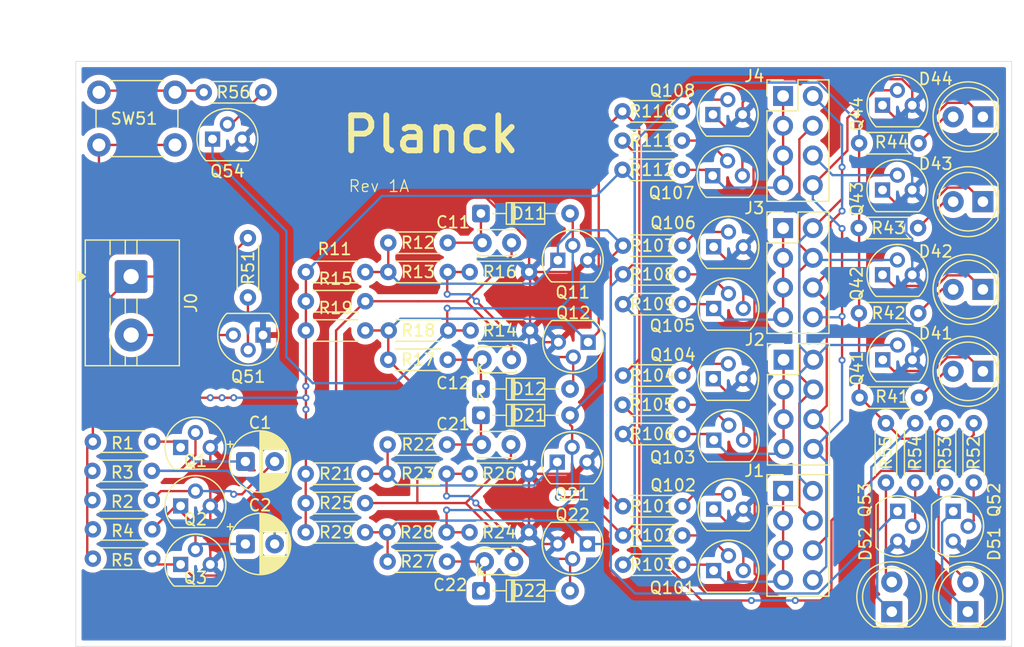
<source format=kicad_pcb>
(kicad_pcb (version 20241229) (generator "pcbnew") (generator_version "9.0")
  (layers (0 "F.Cu" signal) (2 "B.Cu" signal) (13 "F.Paste" user) (15 "B.Paste" user) (5 "F.SilkS" user "F.Silkscreen") (7 "B.SilkS" user "B.Silkscreen") (1 "F.Mask" user) (3 "B.Mask" user) (25 "Edge.Cuts" user))
  (net 0 "")
  (net 1 "Net-(Q1-C)")
  (net 2 "Net-(Q2-B)")
  (net 3 "Net-(Q1-B)")
  (net 4 "Net-(Q2-C)")
  (net 5 "Net-(D11-K)")
  (net 6 "Net-(Q3-C)")
  (net 7 "Net-(D12-K)")
  (net 8 "Net-(D21-K)")
  (net 9 "Net-(Q12-C)")
  (net 10 "Net-(D22-K)")
  (net 11 "Net-(D12-A)")
  (net 12 "Net-(D22-A)")
  (net 13 "Net-(D41-A)")
  (net 14 "Net-(D41-K)")
  (net 15 "Net-(D42-K)")
  (net 16 "Net-(D42-A)")
  (net 17 "Net-(D43-A)")
  (net 18 "Net-(D43-K)")
  (net 19 "Net-(D44-A)")
  (net 20 "Net-(D44-K)")
  (net 21 "Net-(D51-K)")
  (net 22 "Net-(D51-A)")
  (net 23 "Net-(D52-K)")
  (net 24 "Net-(D52-A)")
  (net 25 "Net-(J0-Pin_2)")
  (net 26 "VCC")
  (net 27 "GND")
  (net 28 "Net-(Q11-C)")
  (net 29 "Net-(Q21-C)")
  (net 30 "Net-(Q22-C)")
  (net 31 "Net-(Q51-B)")
  (net 32 "Net-(Q52-B)")
  (net 33 "Net-(Q53-B)")
  (net 34 "Net-(Q54-B)")
  (net 35 "Net-(Q101-E)")
  (net 36 "Net-(Q101-B)")
  (net 37 "Net-(Q102-B)")
  (net 38 "Net-(Q103-B)")
  (net 39 "Net-(Q103-E)")
  (net 40 "Net-(Q104-B)")
  (net 41 "Net-(Q105-E)")
  (net 42 "Net-(Q105-B)")
  (net 43 "Net-(Q106-B)")
  (net 44 "Net-(Q107-B)")
  (net 45 "Net-(Q107-E)")
  (net 46 "Net-(Q108-B)")
  (net 47 "Net-(R56-Pad1)")
  (net 48 "Net-(D11-A)")
  (net 49 "Net-(J1-Pin_1)")
  (net 50 "Net-(J1-Pin_2)")
  (net 51 "Net-(J1-Pin_4)")
  (net 52 "Net-(J1-Pin_6)")
  (net 53 "Net-(J1-Pin_8)")
  (net 54 "Net-(J2-Pin_1)")
  (net 55 "Net-(J3-Pin_1)")
  (net 56 "Net-(J4-Pin_1)")
  (footprint "Resistor_THT:R_Axial_DIN0204_L3.6mm_D1.6mm_P5.08mm_Horizontal" (layer "F.Cu") (at 158.48 119.52)
    (property "Reference" "R111")
    (property "Value" "10k")
  )
  (footprint "LED_THT:LED_D5.0mm" (layer "F.Cu") (at 189.287471 139.241 180)
    (property "Reference" "D41")
    (property "Value" "LED")
  )
  (footprint "Package_TO_SOT_THT:TO-92" (layer "F.Cu") (at 180.707471 116.491)
    (property "Reference" "Q44")
    (property "Value" "NPN")
  )
  (footprint "Capacitor_THT:C_Disc_D3.0mm_W2.0mm_P2.50mm" (layer "F.Cu") (at 146.445 145.5005)
    (property "Reference" "C21")
    (property "Value" "10n")
  )
  (footprint "Resistor_THT:R_Axial_DIN0204_L3.6mm_D1.6mm_P5.08mm_Horizontal" (layer "F.Cu") (at 158.48 122.02)
    (property "Reference" "R112")
    (property "Value" "10k")
  )
  (footprint "Resistor_THT:R_Axial_DIN0204_L3.6mm_D1.6mm_P5.08mm_Horizontal" (layer "F.Cu") (at 158.48 117.02)
    (property "Reference" "R110")
    (property "Value" "10k")
  )
  (footprint "Resistor_THT:R_Axial_DIN0204_L3.6mm_D1.6mm_P5.08mm_Horizontal" (layer "F.Cu") (at 131.405 150.5005)
    (property "Reference" "R25")
    (property "Value" "1M")
  )
  (footprint "Resistor_THT:R_Axial_DIN0204_L3.6mm_D1.6mm_P5.08mm_Horizontal" (layer "F.Cu") (at 158.52 130.95)
    (property "Reference" "R108")
    (property "Value" "10k")
  )
  (footprint "LED_THT:LED_D5.0mm" (layer "F.Cu") (at 181.5 159.79 90)
    (property "Reference" "D52")
    (property "Value" "LED")
  )
  (footprint "Connector_PinHeader_2.54mm:PinHeader_2x04_P2.54mm_Vertical" (layer "F.Cu") (at 172.21 149.46)
    (property "Reference" "J1")
    (property "Value" "Diode ROM")
  )
  (footprint "Resistor_THT:R_Axial_DIN0204_L3.6mm_D1.6mm_P5.08mm_Horizontal" (layer "F.Cu") (at 113.21 145.25)
    (property "Reference" "R1")
    (property "Value" "10k")
  )
  (footprint "LED_THT:LED_D5.0mm" (layer "F.Cu") (at 189.287471 132.241 180)
    (property "Reference" "D42")
    (property "Value" "LED")
  )
  (footprint "LED_THT:LED_D5.0mm" (layer "F.Cu") (at 189.287471 124.741 180)
    (property "Reference" "D43")
    (property "Value" "LED")
  )
  (footprint "Resistor_THT:R_Axial_DIN0204_L3.6mm_D1.6mm_P5.08mm_Horizontal" (layer "F.Cu") (at 131.405 153.0005)
    (property "Reference" "R29")
    (property "Value" "10k")
  )
  (footprint "Resistor_THT:R_Axial_DIN0204_L3.6mm_D1.6mm_P5.08mm_Horizontal" (layer "F.Cu") (at 131.42 130.7505)
    (property "Reference" "R11")
    (property "Value" "10k")
  )
  (footprint "Resistor_THT:R_Axial_DIN0204_L3.6mm_D1.6mm_P5.08mm_Horizontal" (layer "F.Cu") (at 178.687471 134.271)
    (property "Reference" "R42")
    (property "Value" "220")
  )
  (footprint "Package_TO_SOT_THT:TO-92" (layer "F.Cu") (at 155.485 154.0005 180)
    (property "Reference" "Q22")
    (property "Value" "NPN")
  )
  (footprint "Resistor_THT:R_Axial_DIN0204_L3.6mm_D1.6mm_P5.08mm_Horizontal" (layer "F.Cu") (at 131.405 148.0005)
    (property "Reference" "R21")
    (property "Value" "10k")
  )
  (footprint "Resistor_THT:R_Axial_DIN0204_L3.6mm_D1.6mm_P5.08mm_Horizontal" (layer "F.Cu") (at 178.667471 126.991)
    (property "Reference" "R43")
    (property "Value" "220")
  )
  (footprint "Resistor_THT:R_Axial_DIN0204_L3.6mm_D1.6mm_P5.08mm_Horizontal" (layer "F.Cu") (at 113.21 152.75)
    (property "Reference" "R4")
    (property "Value" "10k")
  )
  (footprint "Resistor_THT:R_Axial_DIN0204_L3.6mm_D1.6mm_P5.08mm_Horizontal" (layer "F.Cu") (at 158.52 150.77)
    (property "Reference" "R101")
    (property "Value" "10k")
  )
  (footprint "Resistor_THT:R_Axial_DIN0204_L3.6mm_D1.6mm_P5.08mm_Horizontal" (layer "F.Cu") (at 131.42 135.7505)
    (property "Reference" "R19")
    (property "Value" "10k")
  )
  (footprint "Resistor_THT:R_Axial_DIN0204_L3.6mm_D1.6mm_P5.08mm_Horizontal" (layer "F.Cu") (at 158.52 155.77)
    (property "Reference" "R103")
    (property "Value" "10k")
  )
  (footprint "Package_TO_SOT_THT:TO-92" (layer "F.Cu") (at 166.29 145.12)
    (property "Reference" "Q103")
    (property "Value" "NPN")
  )
  (footprint "Connector_PinHeader_2.54mm:PinHeader_2x04_P2.54mm_Vertical" (layer "F.Cu") (at 172.21 115.71)
    (property "Reference" "J4")
    (property "Value" "Diode ROM")
  )
  (footprint "Resistor_THT:R_Axial_DIN0204_L3.6mm_D1.6mm_P5.08mm_Horizontal" (layer "F.Cu") (at 145.42 130.7505)
    (property "Reference" "R16")
    (property "Value" "100k")
  )
  (footprint "Resistor_THT:R_Axial_DIN0204_L3.6mm_D1.6mm_P5.08mm_Horizontal" (layer "F.Cu") (at 143.445 153.0005 180)
    (property "Reference" "R28")
    (property "Value" "100k")
  )
  (footprint "Package_TO_SOT_THT:TO-92" (layer "F.Cu") (at 123.44 119.39)
    (property "Reference" "Q54")
    (property "Value" "NPN")
  )
  (footprint "Package_TO_SOT_THT:TO-92" (layer "F.Cu") (at 166.27 151.02)
    (property "Reference" "Q102")
    (property "Value" "NPN")
  )
  (footprint "Resistor_THT:R_Axial_DIN0204_L3.6mm_D1.6mm_P5.08mm_Horizontal" (layer "F.Cu") (at 113.21 155.25)
    (property "Reference" "R5")
    (property "Value" "10k")
  )
  (footprint "Capacitor_THT:C_Disc_D3.0mm_W2.0mm_P2.50mm" (layer "F.Cu") (at 149 138.2505 180)
    (property "Reference" "C12")
    (property "Value" "10n")
  )
  (footprint "Resistor_THT:R_Axial_DIN0204_L3.6mm_D1.6mm_P5.08mm_Horizontal" (layer "F.Cu") (at 186.05 143.67 -90)
    (property "Reference" "R53")
    (property "Value" "1k")
  )
  (footprint "Capacitor_THT:CP_Radial_D5.0mm_P2.50mm" (layer "F.Cu") (at 126.25 146.95)
    (property "Reference" "C1")
    (property "Value" "4.7u")
  )
  (footprint "Connector_PinHeader_2.54mm:PinHeader_2x04_P2.54mm_Vertical" (layer "F.Cu") (at 172.25 138.25)
    (property "Reference" "J2")
    (property "Value" "Diode ROM")
  )
  (footprint "Package_TO_SOT_THT:TO-92" (layer "F.Cu") (at 152.905 147.0005)
    (property "Reference" "Q21")
    (property "Value" "NPN")
  )
  (footprint "Capacitor_THT:CP_Radial_D5.0mm_P2.50mm" (layer "F.Cu") (at 126.25 154)
    (property "Reference" "C2")
    (property "Value" "4.7u")
  )
  (footprint "Package_TO_SOT_THT:TO-92" (layer "F.Cu") (at 152.96 129.7505)
    (property "Reference" "Q11")
    (property "Value" "NPN")
  )
  (footprint "Package_TO_SOT_THT:TO-92" (layer "F.Cu") (at 166.27 128.6)
    (property "Reference" "Q106")
    (property "Value" "NPN")
  )
  (footprint "Resistor_THT:R_Axial_DIN0204_L3.6mm_D1.6mm_P5.08mm_Horizontal" (layer "F.Cu") (at 138.365 148.0005)
    (property "Reference" "R23")
    (property "Value" "100k")
  )
  (footprint "Package_TO_SOT_THT:TO-92" (layer "F.Cu") (at 166.27 133.87)
    (property "Reference" "Q105")
    (property "Value" "NPN")
  )
  (footprint "Package_TO_SOT_THT:TO-92" (layer "F.Cu") (at 166.25 139.87)
    (property "Reference" "Q104")
    (property "Value" "NPN")
  )
  (footprint "Resistor_THT:R_Axial_DIN0204_L3.6mm_D1.6mm_P5.08mm_Horizontal" (layer "F.Cu") (at 138.405 145.5005)
    (property "Reference" "R22")
    (property "Value" "100k")
  )
  (footprint "Resistor_THT:R_Axial_DIN0204_L3.6mm_D1.6mm_P5.08mm_Horizontal" (layer "F.Cu") (at 178.747471 141.491)
    (property "Reference" "R41")
    (property "Value" "220")
  )
  (footprint "Resistor_THT:R_Axial_DIN0204_L3.6mm_D1.6mm_P5.08mm_Horizontal" (layer "F.Cu") (at 143.58 135.7505 180)
    (property "Reference" "R18")
    (property "Value" "100k")
  )
  (footprint "Button_Switch_THT:SW_PUSH_6mm" (layer "F.Cu") (at 113.73 115.39)
    (property "Reference" "SW51")
    (property "Value" "SW_Push")
  )
  (footprint "Package_TO_SOT_THT:TO-92" (layer "F.Cu") (at 182 151.21 -90)
    (property "Reference" "Q53")
    (property "Value" "NPN")
  )
  (footprint "Resistor_THT:R_Axial_DIN0204_L3.6mm_D1.6mm_P5.08mm_Horizontal" (layer "F.Cu") (at 158.52 139.6)
    (property "Reference" "R104")
    (property "Value" "10k")
  )
  (footprint "Capacitor_THT:C_Disc_D3.0mm_W2.0mm_P2.50mm" (layer "F.Cu") (at 146.5 128.2505)
    (property "Reference" "C11")
    (property "Value" "10n")
  )
  (footprint "Resistor_THT:R_Axial_DIN0204_L3.6mm_D1.6mm_P5.08mm_Horizontal" (layer "F.Cu") (at 122.69 115.39)
    (property "Reference" "R56")
    (property "Value" "10k")
  )
  (footprint "Package_TO_SOT_THT:TO-92" (layer "F.Cu") (at 180.727471 138.261)
    (property "Reference" "Q41")
    (property "Value" "NPN")
  )
  (footprint "Package_TO_SOT_THT:TO-92" (layer "F.Cu") (at 155.54 136.7505 180)
    (property "Reference" "Q12")
    (property "Value" "NPN")
  )
  (footprint "Package_TO_SOT_THT:TO-92" (layer "F.Cu") (at 180.707471 123.741)
    (property "Reference" "Q43")
    (property "Value" "NPN")
  )
  (footprint "Resistor_THT:R_Axial_DIN0204_L3.6mm_D1.6mm_P5.08mm_Horizontal" (layer "F.Cu") (at 145.405 148.0005)
    (property "Reference" "R26")
    (property "Value" "100k")
  )
  (footprint "Package_TO_SOT_THT:TO-92" (layer "F.Cu") (at 120.71 155.75)
    (property "Reference" "Q3")
    (property "Value" "NPN")
  )
  (footprint "Connector_PinHeader_2.54mm:PinHeader_2x04_P2.54mm_Vertical" (layer "F.Cu") (at 172.21 127)
    (property "Reference" "J3")
    (property "Value" "Diode ROM")
  )
  (footprint "Resistor_THT:R_Axial_DIN0204_L3.6mm_D1.6mm_P5.08mm_Horizontal" (layer "F.Cu") (at 158.52 133.5)
    (property "Reference" "R109")
    (property "Value" "10k")
  )
  (footprint "Resistor_THT:R_Axial_DIN0204_L3.6mm_D1.6mm_P5.08mm_Horizontal" (layer "F.Cu") (at 150.485 153.0005 180)
    (property "Reference" "R24")
    (property "Value" "100k")
  )
  (footprint "Diode_THT:D_DO-34_SOD68_P7.62mm_Horizontal" (layer "F.Cu") (at 146.38 158.0005)
    (property "Reference" "D22")
    (property "Value" "D")
  )
  (footprint "Resistor_THT:R_Axial_DIN0204_L3.6mm_D1.6mm_P5.08mm_Horizontal" (layer "F.Cu") (at 158.52 153.27)
    (property "Reference" "R102")
    (property "Value" "10k")
  )
  (footprint "Resistor_THT:R_Axial_DIN0204_L3.6mm_D1.6mm_P5.08mm_Horizontal" (layer "F.Cu") (at 131.42 133.2505)
    (property "Reference" "R15")
    (property "Value" "1M")
  )
  (footprint "TerminalBlock:TerminalBlock_MaiXu_MX126-5.0-02P_1x02_P5.00mm" (layer "F.Cu") (at 116.48 131.14 -90)
    (property "Reference" "J0")
    (property "Value" "Power Terminal")
  )
  (footprint "Resistor_THT:R_Axial_DIN0204_L3.6mm_D1.6mm_P5.08mm_Horizontal" (layer "F.Cu") (at 158.52 128.5)
    (property "Reference" "R107")
    (property "Value" "10k")
  )
  (footprint "Diode_THT:D_DO-34_SOD68_P7.62mm_Horizontal" (layer "F.Cu") (at 146.38 143.0005)
    (property "Reference" "D21")
    (property "Value" "D")
  )
  (footprint "Diode_THT:D_DO-34_SOD68_P7.62mm_Horizontal" (layer "F.Cu") (at 146.38 140.7505)
    (property "Reference" "D12")
    (property "Value" "D")
  )
  (footprint "Package_TO_SOT_THT:TO-92" (layer "F.Cu") (at 166.19 122.52)
    (property "Reference" "Q107")
    (property "Value" "NPN")
  )
  (footprint "Resistor_THT:R_Axial_DIN0204_L3.6mm_D1.6mm_P5.08mm_Horizontal" (layer "F.Cu") (at 126.46375 127.85 -90)
    (property "Reference" "R51")
    (property "Value" "4.7k")
  )
  (footprint "Resistor_THT:R_Axial_DIN0204_L3.6mm_D1.6mm_P5.08mm_Horizontal" (layer "F.Cu") (at 183.5 143.67 -90)
    (property "Reference" "R54")
    (property "Value" "10k")
  )
  (footprint "LED_THT:LED_D5.0mm" (layer "F.Cu") (at 189.287471 117.491 180)
    (property "Reference" "D44")
    (property "Value" "LED")
  )
  (footprint "Diode_THT:D_DO-34_SOD68_P7.62mm_Horizontal" (layer "F.Cu") (at 146.38 125.7505)
    (property "Reference" "D11")
    (property "Value" "D")
  )
  (footprint "Package_TO_SOT_THT:TO-92" (layer "F.Cu") (at 166.27 156.27)
    (property "Reference" "Q101")
    (property "Value" "NPN")
  )
  (footprint "Resistor_THT:R_Axial_DIN0204_L3.6mm_D1.6mm_P5.08mm_Horizontal" (layer "F.Cu") (at 113.17 150.25)
    (property "Reference" "R2")
    (property "Value" "220k")
  )
  (footprint "Package_TO_SOT_THT:TO-92" (layer "F.Cu") (at 120.71 150.75)
    (property "Reference" "Q2")
    (property "Value" "NPN")
  )
  (footprint "Resistor_THT:R_Axial_DIN0204_L3.6mm_D1.6mm_P5.08mm_Horizontal" (layer "F.Cu") (at 113.17 147.75)
    (property "Reference" "R3")
    (property "Value" "220k")
  )
  (footprint "Resistor_THT:R_Axial_DIN0204_L3.6mm_D1.6mm_P5.08mm_Horizontal" (layer "F.Cu") (at 138.46 128.2505)
    (property "Reference" "R12")
    (property "Value" "100k")
  )
  (footprint "Package_TO_SOT_THT:TO-92" (layer "F.Cu") (at 120.71 145.75)
    (property "Reference" "Q1")
    (property "Value" "NPN")
  )
  (footprint "Package_TO_SOT_THT:TO-92" (layer "F.Cu") (at 127.75375 136.14 180)
    (property "Reference" "Q51")
    (property "Value" "NPN")
  )
  (footprint "Package_TO_SOT_THT:TO-92" (layer "F.Cu") (at 180.707471 130.991)
    (property "Reference" "Q42")
    (property "Value" "NPN")
  )
  (footprint "LED_THT:LED_D5.0mm" (layer "F.Cu") (at 188 159.79 90)
    (property "Reference" "D51")
    (property "Value" "LED")
  )
  (footprint "Resistor_THT:R_Axial_DIN0204_L3.6mm_D1.6mm_P5.08mm_Horizontal" (layer "F.Cu") (at 181 143.67 -90)
    (property "Reference" "R55")
    (property "Value" "1k")
  )
  (footprint "Resistor_THT:R_Axial_DIN0204_L3.6mm_D1.6mm_P5.08mm_Horizontal" (layer "F.Cu") (at 158.52 144.6)
    (property "Reference" "R106")
    (property "Value" "10k")
  )
  (footprint "Resistor_THT:R_Axial_DIN0204_L3.6mm_D1.6mm_P5.08mm_Horizontal" (layer "F.Cu") (at 178.707471 119.741)
    (property "Reference" "R44")
    (property "Value" "220")
  )
  (footprint "Package_TO_SOT_THT:TO-92" (layer "F.Cu") (at 166.21 117.29)
    (property "Reference" "Q108")
    (property "Value" "NPN")
  )
  (footprint "Resistor_THT:R_Axial_DIN0204_L3.6mm_D1.6mm_P5.08mm_Horizontal" (layer "F.Cu") (at 143.485 155.5005 180)
    (property "Reference" "R27")
    (property "Value" "100k")
  )
  (footprint "Resistor_THT:R_Axial_DIN0204_L3.6mm_D1.6mm_P5.08mm_Horizontal" (layer "F.Cu") (at 188.5 143.67 -90)
    (property "Reference" "R52")
    (property "Value" "10k")
  )
  (footprint "Resistor_THT:R_Axial_DIN0204_L3.6mm_D1.6mm_P5.08mm_Horizontal" (layer "F.Cu") (at 143.54 138.2505 180)
    (property "Reference" "R17")
    (property "Value" "100k")
  )
  (footprint "Package_TO_SOT_THT:TO-92" (layer "F.Cu") (at 186.75 151.21 -90)
    (property "Reference" "Q52")
    (property "Value" "NPN")
  )
  (footprint "Resistor_THT:R_Axial_DIN0204_L3.6mm_D1.6mm_P5.08mm_Horizontal" (layer "F.Cu") (at 158.48 142.1)
    (property "Reference" "R105")
    (property "Value" "10k")
  )
  (footprint "Resistor_THT:R_Axial_DIN0204_L3.6mm_D1.6mm_P5.08mm_Horizontal" (layer "F.Cu") (at 150.58 135.7505 180)
    (property "Reference" "R14")
    (property "Value" "100k")
  )
  (footprint "Resistor_THT:R_Axial_DIN0204_L3.6mm_D1.6mm_P5.08mm_Horizontal" (layer "F.Cu") (at 138.46 130.7505)
    (property "Reference" "R13")
    (property "Value" "100k")
  )
  (footprint "Capacitor_THT:C_Disc_D3.0mm_W2.0mm_P2.50mm" (layer "F.Cu") (at 149.195 155.5005 180)
    (property "Reference" "C22")
    (property "Value" "10n")
  )
  (gr_rect (start 111.75 112.75) (end 191.75 162.75) (stroke (width 0.05)) (fill no) (layer "Edge.Cuts"))
  (gr_text "Planck" (at 134.25 120.75 0) (layer "F.SilkS") (effects (font (size 3 3) (thickness 0.5) (bold yes)) (justify left bottom)))
  (gr_text "Rev 1A" (at 135 124 0) (layer "F.SilkS") (effects (font (size 1 1) (thickness 0.1)) (justify left bottom)))
  (segment (start 118.29 145.25) (end 120.21 145.25) (width 0.2) (layer "F.Cu") (net 1))
  (segment (start 126.544888 147.7) (end 127.044888 147.7) (width 0.2) (layer "F.Cu") (net 1))
  (segment (start 120.21 145.25) (end 120.71 145.75) (width 0.2) (layer "F.Cu") (net 1))
  (segment (start 121.91 146.95) (end 126.25 146.95) (width 0.2) (layer "B.Cu") (net 1))
  (segment (start 120.71 145.75) (end 121.91 146.95) (width 0.2) (layer "B.Cu") (net 1))
  (segment (start 119.02 149.48) (end 121.98 149.48) (width 0.2) (layer "F.Cu") (net 2))
  (segment (start 125.25 149.75) (end 125.95 149.75) (width 0.2) (layer "F.Cu") (net 2))
  (segment (start 118.25 150.25) (end 119.02 149.48) (width 0.2) (layer "F.Cu") (net 2))
  (segment (start 125.95 149.75) (end 128.75 146.95) (width 0.2) (layer "F.Cu") (net 2))
  (via (at 125.25 149.75) (size 0.6) (drill 0.3) (layers "F.Cu" "B.Cu") (net 2))
  (segment (start 125.25 149.75) (end 124.98 149.48) (width 0.2) (layer "B.Cu") (net 2))
  (segment (start 124.98 149.48) (end 121.98 149.48) (width 0.2) (layer "B.Cu") (net 2))
  (segment (start 118.25 147.75) (end 120.612 147.75) (width 0.2) (layer "F.Cu") (net 3))
  (segment (start 121.98 146.382) (end 121.98 144.48) (width 0.2) (layer "F.Cu") (net 3))
  (segment (start 120.612 147.75) (end 121.98 146.382) (width 0.2) (layer "F.Cu") (net 3))
  (segment (start 124.75 147.75) (end 118.25 147.75) (width 0.2) (layer "B.Cu") (net 3))
  (segment (start 128.75 151.75) (end 124.75 147.75) (width 0.2) (layer "B.Cu") (net 3))
  (segment (start 128.75 154) (end 128.75 151.75) (width 0.2) (layer "B.Cu") (net 3))
  (segment (start 121.98 152.48) (end 121.98 154.48) (width 0.2) (layer "F.Cu") (net 4))
  (segment (start 120.71 151.21) (end 121.98 152.48) (width 0.2) (layer "F.Cu") (net 4))
  (segment (start 120.29 150.75) (end 118.29 152.75) (width 0.2) (layer "F.Cu") (net 4))
  (segment (start 120.71 150.75) (end 120.29 150.75) (width 0.2) (layer "F.Cu") (net 4))
  (segment (start 120.71 150.75) (end 120.71 151.21) (width 0.2) (layer "F.Cu") (net 4))
  (segment (start 122.46 154) (end 121.98 154.48) (width 0.2) (layer "B.Cu") (net 4))
  (segment (start 126.25 154) (end 122.46 154) (width 0.2) (layer "B.Cu") (net 4))
  (segment (start 146.38 125.7505) (end 146.38 128.1305) (width 0.2) (layer "F.Cu") (net 5))
  (segment (start 146.5 128.2505) (end 143.54 128.2505) (width 0.2) (layer "F.Cu") (net 5))
  (segment (start 146.38 128.1305) (end 146.5 128.2505) (width 0.2) (layer "F.Cu") (net 5))
  (segment (start 136.5 133.2505) (end 141 133.2505) (width 0.2) (layer "F.Cu") (net 6))
  (segment (start 145.13137 133.2505) (end 149 129.38187) (width 0.2) (layer "F.Cu") (net 6))
  (segment (start 134 153.75) (end 134 135.7505) (width 0.2) (layer "F.Cu") (net 6))
  (segment (start 120.71 155.75) (end 121.661 156.701) (width 0.2) (layer "F.Cu") (net 6))
  (segment (start 121.661 156.701) (end 131.049 156.701) (width 0.2) (layer "F.Cu") (net 6))
  (segment (start 149 129.38187) (end 149 128.2505) (width 0.2) (layer "F.Cu") (net 6))
  (segment (start 134 135.7505) (end 136.5 133.2505) (width 0.2) (layer "F.Cu") (net 6))
  (segment (start 131.049 156.701) (end 134 153.75) (width 0.2) (layer "F.Cu") (net 6))
  (segment (start 145.13137 133.2505) (end 149 137.11913) (width 0.2) (layer "F.Cu") (net 6))
  (segment (start 118.79 155.75) (end 118.29 155.25) (width 0.2) (layer "F.Cu") (net 6))
  (segment (start 120.71 155.75) (end 118.79 155.75) (width 0.2) (layer "F.Cu") (net 6))
  (segment (start 141 133.2505) (end 145.13137 133.2505) (width 0.2) (layer "F.Cu") (net 6))
  (segment (start 149 137.11913) (end 149 138.2505) (width 0.2) (layer "F.Cu") (net 6))
  (segment (start 146.38 140.7505) (end 146.38 138.3705) (width 0.2) (layer "F.Cu") (net 7))
  (segment (start 146.38 138.3705) (end 146.5 138.2505) (width 0.2) (layer "F.Cu") (net 7))
  (segment (start 143.54 138.2505) (end 146.5 138.2505) (width 0.2) (layer "F.Cu") (net 7))
  (segment (start 146.38 145.4355) (end 146.445 145.5005) (width 0.2) (layer "F.Cu") (net 8))
  (segment (start 146.38 143.0005) (end 146.38 145.4355) (width 0.2) (layer "F.Cu") (net 8))
  (segment (start 146.445 145.0005) (end 146.63 144.8155) (width 0.2) (layer "F.Cu") (net 8))
  (segment (start 143.485 145.5005) (end 146.445 145.5005) (width 0.2) (layer "F.Cu") (net 8))
  (segment (start 146.445 145.5005) (end 146.445 145.0005) (width 0.2) (layer "F.Cu") (net 8))
  (segment (start 158.48 117.02) (end 159.922 118.462) (width 0.2) (layer "F.Cu") (net 9))
  (segment (start 155.54 136.7505) (end 156.451 135.8395) (width 0.2) (layer "F.Cu") (net 9))
  (segment (start 173.25 158.831) (end 175.419 158.831) (width 0.2) (layer "F.Cu") (net 9))
  (segment (start 148.945 146.63187) (end 148.945 145.5005) (width 0.2) (layer "F.Cu") (net 9))
  (segment (start 156.451 119.049) (end 158.48 117.02) (width 0.2) (layer "F.Cu") (net 9))
  (segment (start 138.46 135.7905) (end 138.5 135.7505) (width 0.2) (layer "F.Cu") (net 9))
  (segment (start 156.451 135.8395) (end 156.451 119.049) (width 0.2) (layer "F.Cu") (net 9))
  (segment (start 145.07637 150.5005) (end 149.195 154.61913) (width 0.2) (layer "F.Cu") (net 9))
  (segment (start 159.922 138.198) (end 158.52 139.6) (width 0.2) (layer "F.Cu") (net 9))
  (segment (start 165.245372 158.831) (end 169.5 158.831) (width 0.2) (layer "F.Cu") (net 9))
  (segment (start 145.07637 150.5005) (end 148.945 146.63187) (width 0.2) (layer "F.Cu") (net 9))
  (segment (start 140.945 140.7355) (end 140.945 150.5005) (width 0.2) (layer "F.Cu") (net 9))
  (segment (start 149.195 154.61913) (end 149.195 155.5005) (width 0.2) (layer "F.Cu") (net 9))
  (segment (start 180.585372 147.749) (end 185.410949 147.749) (width 0.2) (layer "F.Cu") (net 9))
  (segment (start 138.46 138.2505) (end 140.945 140.7355) (width 0.2) (layer "F.Cu") (net 9))
  (segment (start 188.5 144.659949) (end 188.5 143.67) (width 0.2) (layer "F.Cu") (net 9))
  (segment (start 159.922 138.172) (end 159.922 138.198) (width 0.2) (layer "F.Cu") (net 9))
  (segment (start 176.342 157.908) (end 176.342 151.992372) (width 0.2) (layer "F.Cu") (net 9))
  (segment (start 159.922 118.462) (end 159.922 138.172) (width 0.2) (layer "F.Cu") (net 9))
  (segment (start 136.485 150.5005) (end 140.945 150.5005) (width 0.2) (layer "F.Cu") (net 9))
  (segment (start 175.419 158.831) (end 176.342 157.908) (width 0.2) (layer "F.Cu") (net 9))
  (segment (start 159.922 153.507628) (end 165.245372 158.831) (width 0.2) (layer "F.Cu") (net 9))
  (segment (start 176.342 151.992372) (end 180.585372 147.749) (width 0.2) (layer "F.Cu") (net 9))
  (segment (start 185.410949 147.749) (end 188.5 144.659949) (width 0.2) (layer "F.Cu") (net 9))
  (segment (start 138.5 135.7505) (end 136.5 135.7505) (width 0.2) (layer "F.Cu") (net 9))
  (segment (start 138.46 138.2505) (end 138.46 135.7905) (width 0.2) (layer "F.Cu") (net 9))
  (segment (start 140.945 150.5005) (end 145.07637 150.5005) (width 0.2) (layer "F.Cu") (net 9))
  (segment (start 159.922 138.172) (end 159.922 153.507628) (width 0.2) (layer "F.Cu") (net 9))
  (via (at 173.25 158.831) (size 0.6) (drill 0.3) (layers "F.Cu" "B.Cu") (net 9))
  (via (at 169.5 158.831) (size 0.6) (drill 0.3) (layers "F.Cu" "B.Cu") (net 9))
  (segment (start 153.539 134.7495) (end 155.54 136.7505) (width 0.2) (layer "B.Cu") (net 9))
  (segment (start 138.5 135.7505) (end 139.501 134.7495) (width 0.2) (layer "B.Cu") (net 9))
  (segment (start 139.501 134.7495) (end 153.539 134.7495) (width 0.2) (layer "B.Cu") (net 9))
  (segment (start 169.5 158.831) (end 173.25 158.831) (width 0.2) (layer "B.Cu") (net 9))
  (segment (start 146.695 157.6855) (end 146.38 158.0005) (width 0.2) (layer "F.Cu") (net 10))
  (segment (start 146.695 155.5005) (end 146.695 157.6855) (width 0.2) (layer "F.Cu") (net 10))
  (segment (start 146.695 157.9355) (end 146.63 158.0005) (width 0.2) (layer "F.Cu") (net 10))
  (segment (start 143.485 155.5005) (end 146.695 155.5005) (width 0.2) (layer "F.Cu") (net 10))
  (segment (start 154.27 140.4805) (end 154 140.7505) (width 0.2) (layer "F.Cu") (net 11))
  (segment (start 154.27 138.0205) (end 150.77 138.0205) (width 0.2) (layer "F.Cu") (net 11))
  (segment (start 143.5 132.6505) (end 143.5 130.7905) (width 0.2) (layer "F.Cu") (net 11))
  (segment (start 154.27 138.0205) (end 154.27 140.4805) (width 0.2) (layer "F.Cu") (net 11))
  (segment (start 145.42 130.7505) (end 143.54 130.7505) (width 0.2) (layer "F.Cu") (net 11))
  (segment (start 150.77 138.0205) (end 146 133.2505) (width 0.2) (layer "F.Cu") (net 11))
  (segment (start 143.5 130.7905) (end 143.54 130.7505) (width 0.2) (layer "F.Cu") (net 11))
  (via (at 146 133.2505) (size 0.6) (drill 0.3) (layers "F.Cu" "B.Cu") (net 11))
  (via (at 143.5 132.6505) (size 0.6) (drill 0.3) (layers "F.Cu" "B.Cu") (net 11))
  (segment (start 146 133.2505) (end 145.4 132.6505) (width 0.2) (layer "B.Cu") (net 11))
  (segment (start 145.4 132.6505) (end 143.5 132.6505) (width 0.2) (layer "B.Cu") (net 11))
  (segment (start 143.445 148.0005) (end 143.445 149.9005) (width 0.2) (layer "F.Cu") (net 12))
  (segment (start 154 155.4855) (end 154.215 155.2705) (width 0.2) (layer "F.Cu") (net 12))
  (segment (start 145.945 150.5005) (end 150.715 155.2705) (width 0.2) (layer "F.Cu") (net 12))
  (segment (start 154 158.0005) (end 154 155.4855) (width 0.2) (layer "F.Cu") (net 12))
  (segment (start 154.25 155.3055) (end 154.215 155.2705) (width 0.2) (layer "F.Cu") (net 12))
  (segment (start 145.405 148.0005) (end 143.445 148.0005) (width 0.2) (layer "F.Cu") (net 12))
  (segment (start 150.715 155.2705) (end 154.215 155.2705) (width 0.2) (layer "F.Cu") (net 12))
  (via (at 143.445 149.9005) (size 0.6) (drill 0.3) (layers "F.Cu" "B.Cu") (net 12))
  (via (at 145.945 150.5005) (size 0.6) (drill 0.3) (layers "F.Cu" "B.Cu") (net 12))
  (segment (start 145.345 149.9005) (end 145.945 150.5005) (width 0.2) (layer "B.Cu") (net 12))
  (segment (start 143.445 149.9005) (end 145.345 149.9005) (width 0.2) (layer "B.Cu") (net 12))
  (segment (start 183.827471 141.491) (end 186.077471 139.241) (width 0.2) (layer "F.Cu") (net 13))
  (segment (start 186.077471 139.241) (end 186.747471 139.241) (width 0.2) (layer "F.Cu") (net 13))
  (segment (start 181.678471 139.212) (end 185.078 139.212) (width 0.2) (layer "F.Cu") (net 14))
  (segment (start 188.086471 138.04) (end 189.287471 139.241) (width 0.2) (layer "F.Cu") (net 14))
  (segment (start 186.25 138.04) (end 188.086471 138.04) (width 0.2) (layer "F.Cu") (net 14))
  (segment (start 180.727471 138.261) (end 181.678471 139.212) (width 0.2) (layer "F.Cu") (net 14))
  (segment (start 185.078 139.212) (end 186.25 138.04) (width 0.2) (layer "F.Cu") (net 14))
  (segment (start 181.658471 131.942) (end 185.348 131.942) (width 0.2) (layer "F.Cu") (net 15))
  (segment (start 185.348 131.942) (end 186.25 131.04) (width 0.2) (layer "F.Cu") (net 15))
  (segment (start 188.086471 131.04) (end 189.287471 132.241) (width 0.2) (layer "F.Cu") (net 15))
  (segment (start 186.25 131.04) (end 188.086471 131.04) (width 0.2) (layer "F.Cu") (net 15))
  (segment (start 180.707471 130.991) (end 181.658471 131.942) (width 0.2) (layer "F.Cu") (net 15))
  (segment (start 183.767471 134.271) (end 185.797471 132.241) (width 0.2) (layer "F.Cu") (net 16))
  (segment (start 185.797471 132.241) (end 186.747471 132.241) (width 0.2) (layer "F.Cu") (net 16))
  (segment (start 185.997471 124.741) (end 186.747471 124.741) (width 0.2) (layer "F.Cu") (net 17))
  (segment (start 183.747471 126.991) (end 185.997471 124.741) (width 0.2) (layer "F.Cu") (net 17))
  (segment (start 182.548921 125.58245) (end 184.20755 125.58245) (width 0.2) (layer "F.Cu") (net 18))
  (segment (start 188.086471 123.54) (end 189.287471 124.741) (width 0.2) (layer "F.Cu") (net 18))
  (segment (start 186.25 123.54) (end 188.086471 123.54) (width 0.2) (layer "F.Cu") (net 18))
  (segment (start 184.20755 125.58245) (end 186.25 123.54) (width 0.2) (layer "F.Cu") (net 18))
  (segment (start 180.707471 123.741) (end 182.548921 125.58245) (width 0.2) (layer "F.Cu") (net 18))
  (segment (start 183.787471 119.741) (end 186.037471 117.491) (width 0.2) (layer "F.Cu") (net 19))
  (segment (start 186.037471 117.491) (end 186.747471 117.491) (width 0.2) (layer "F.Cu") (net 19))
  (segment (start 180.707471 116.491) (end 182.443921 118.22745) (width 0.2) (layer "F.Cu") (net 20))
  (segment (start 184.31255 118.22745) (end 186.25 116.29) (width 0.2) (layer "F.Cu") (net 20))
  (segment (start 186.25 116.29) (end 188.086471 116.29) (width 0.2) (layer "F.Cu") (net 20))
  (segment (start 188.086471 116.29) (end 189.287471 117.491) (width 0.2) (layer "F.Cu") (net 20))
  (segment (start 182.443921 118.22745) (end 184.31255 118.22745) (width 0.2) (layer "F.Cu") (net 20))
  (segment (start 185.799 157.589) (end 185.799 152.161) (width 0.2) (layer "B.Cu") (net 21))
  (segment (start 185.799 152.161) (end 186.75 151.21) (width 0.2) (layer "B.Cu") (net 21))
  (segment (start 188 159.79) (end 185.799 157.589) (width 0.2) (layer "B.Cu") (net 21))
  (segment (start 188 157.25) (end 185.5 154.75) (width 0.2) (layer "F.Cu") (net 22))
  (segment (start 185.5 154.75) (end 185.5 149.3) (width 0.2) (layer "F.Cu") (net 22))
  (segment (start 185.5 149.3) (end 186.05 148.75) (width 0.2) (layer "F.Cu") (net 22))
  (segment (start 180.25 152.96) (end 182 151.21) (width 0.2) (layer "B.Cu") (net 23))
  (segment (start 181.5 159.79) (end 180.25 158.54) (width 0.2) (layer "B.Cu") (net 23))
  (segment (start 180.25 158.54) (end 180.25 152.96) (width 0.2) (layer "B.Cu") (net 23))
  (segment (start 181 156.75) (end 181 148.75) (width 0.2) (layer "F.Cu") (net 24))
  (segment (start 181.5 157.25) (end 181 156.75) (width 0.2) (layer "F.Cu") (net 24))
  (segment (start 116.48 136.14) (end 125.21375 136.14) (width 0.2) (layer "F.Cu") (net 25))
  (segment (start 131.42 142.5) (end 131.42 141.5) (width 0.2) (layer "F.Cu") (net 26))
  (segment (start 131.42 147.7755) (end 131.42 142.5) (width 0.2) (layer "F.Cu") (net 26))
  (segment (start 131.405 148.0005) (end 131.405 153.0005) (width 0.2) (layer "F.Cu") (net 26))
  (segment (start 123.5 141.5) (end 125.25 141.5) (width 0.2) (layer "F.Cu") (net 26))
  (segment (start 113.73 133.89) (end 116.48 131.14) (width 0.2) (layer "F.Cu") (net 26))
  (segment (start 112.73 145.11) (end 112.73 155.11) (width 0.2) (layer "F.Cu") (net 26))
  (segment (start 178.707471 119.741) (end 178.707471 141.451) (width 0.2) (layer "F.Cu") (net 26))
  (segment (start 131.42 130.7505) (end 131.42 135.7505) (width 0.2) (layer "F.Cu") (net 26))
  (segment (start 131.405 148.0005) (end 131.405 147.7905) (width 0.2) (layer "F.Cu") (net 26))
  (segment (start 113.21 145.25) (end 113.21 141.5) (width 0.2) (layer "F.Cu") (net 26))
  (segment (start 113.21 141.5) (end 113.21 134.41) (width 0.2) (layer "F.Cu") (net 26))
  (segment (start 113.73 119.89) (end 113.73 133.89) (width 0.2) (layer "F.Cu") (net 26))
  (segment (start 186.05 143.67) (end 184.72 145) (width 0.2) (layer "F.Cu") (net 26))
  (segment (start 120.23 119.89) (end 113.73 119.89) (width 0.2) (layer "F.Cu") (net 26))
  (segment (start 123.17375 131.14) (end 126.46375 127.85) (width 0.2) (layer "F.Cu") (net 26))
  (segment (start 113.21 134.41) (end 113.73 133.89) (width 0.2) (layer "F.Cu") (net 26))
  (segment (start 123.5 141.5) (end 123.25 141.5) (width 0.2) (layer "F.Cu") (net 26))
  (segment (start 113.21 141.5) (end 123.5 141.5) (width 0.2) (layer "F.Cu") (net 26))
  (segment (start 131.405 147.7905) (end 131.42 147.7755) (width 0.2) (layer "F.Cu") (net 26))
  (segment (start 181 143.75) (end 181 143.67) (width 0.2) (layer "F.Cu") (net 26))
  (segment (start 116.48 131.14) (end 123.17375 131.14) (width 0.2) (layer "F.Cu") (net 26))
  (segment (start 184.72 145) (end 182.33 145) (width 0.2) (layer "F.Cu") (net 26))
  (segment (start 181 143.67) (end 178.821 141.491) (width 0.2) (layer "F.Cu") (net 26))
  (segment (start 131.42 141.5) (end 131.42 135.7505) (width 0.2) (layer "F.Cu") (net 26))
  (segment (start 178.821 141.491) (end 178.747471 141.491) (width 0.2) (layer "F.Cu") (net 26))
  (segment (start 182.33 145) (end 181 143.67) (width 0.2) (layer "F.Cu") (net 26))
  (segment (start 178.707471 141.451) (end 178.747471 141.491) (width 0.2) (layer "F.Cu") (net 26))
  (via (at 123.25 141.5) (size 0.6) (drill 0.3) (layers "F.Cu" "B.Cu") (net 26))
  (via (at 125.25 141.5) (size 0.6) (drill 0.3) (layers "F.Cu" "B.Cu") (net 26))
  (via (at 131.410735 140.509265) (size 0.6) (drill 0.3) (layers "F.Cu" "B.Cu") (net 26))
  (via (at 124.25 141.5) (size 0.6) (drill 0.3) (layers "F.Cu" "B.Cu") (net 26))
  (via (at 131.42 142.5) (size 0.6) (drill 0.3) (layers "F.Cu" "B.Cu") (net 26))
  (via (at 131.42 141.5) (size 0.6) (drill 0.3) (layers "F.Cu" "B.Cu") (net 26))
  (segment (start 158.52 144.6) (end 159.521 143.599) (width 0.2) (layer "B.Cu") (net 26))
  (segment (start 158.52 155.77) (end 159.521 154.769) (width 0.2) (layer "B.Cu") (net 26))
  (segment (start 159.521 143.599) (end 159.521 134.501) (width 0.2) (layer "B.Cu") (net 26))
  (segment (start 178.707471 119.741) (end 178.707471 118.039711) (width 0.2) (layer "B.Cu") (net 26))
  (segment (start 159.521 123.061) (end 158.48 122.02) (width 0.2) (layer "B.Cu") (net 26))
  (segment (start 137.9205 124.25) (end 131.42 130.7505) (width 0.2) (layer "B.Cu") (net 26))
  (segment (start 158.52 133.5) (end 159.521 132.499) (width 0.2) (layer "B.Cu") (net 26))
  (segment (start 158.48 122.02) (end 156.25 124.25) (width 0.2) (layer "B.Cu") (net 26))
  (segment (start 159.521 145.601) (end 158.52 144.6) (width 0.2) (layer "B.Cu") (net 26))
  (segment (start 125.25 141.5) (end 131.42 141.5) (width 0.2) (layer "B.Cu") (net 26))
  (segment (start 159.521 119.643372) (end 159.521 123.061) (width 0.2) (layer "B.Cu") (net 26))
  (segment (start 159.521 154.769) (end 159.521 145.601) (width 0.2) (layer "B.Cu") (net 26))
  (segment (start 175.22676 114.559) (end 164.605372 114.559) (width 0.2) (layer "B.Cu") (net 26))
  (segment (start 159.521 134.501) (end 158.52 133.5) (width 0.2) (layer "B.Cu") (net 26))
  (segment (start 159.521 132.499) (end 159.521 123.061) (width 0.2) (layer "B.Cu") (net 26))
  (segment (start 164.605372 114.559) (end 159.521 119.643372) (width 0.2) (layer "B.Cu") (net 26))
  (segment (start 156.25 124.25) (end 137.9205 124.25) (width 0.2) (layer "B.Cu") (net 26))
  (segment (start 178.707471 118.039711) (end 175.22676 114.559) (width 0.2) (layer "B.Cu") (net 26))
  (segment (start 188.75 161.5) (end 187 161.5) (width 0.2) (layer "F.Cu") (net 27))
  (segment (start 168.81 151.02) (end 169.781 150.049) (width 0.2) (layer "F.Cu") (net 27))
  (segment (start 150.485 148.0005) (end 150.485 153.0005) (width 0.2) (layer "F.Cu") (net 27))
  (segment (start 123.25 145.75) (end 127.75375 141.24625) (width 0.2) (layer "F.Cu") (net 27))
  (segment (start 150.5 128.08434) (end 150.5 130.7505) (width 0.2) (layer "F.Cu") (net 27))
  (segment (start 183.247471 116.491) (end 183.247471 115.146082) (width 0.2) (layer "F.Cu") (net 27))
  (segment (start 189.75 156.75) (end 189.75 160.5) (width 0.2) (layer "F.Cu") (net 27))
  (segment (start 179.5 114.27) (end 150.47316 114.27) (width 0.2) (layer "F.Cu") (net 27))
  (segment (start 169.681 118.221) (end 169.681 127.729) (width 0.2) (layer "F.Cu") (net 27))
  (segment (start 150.485 148.0005) (end 154.445 148.0005) (width 0.2) (layer "F.Cu") (net 27))
  (segment (start 143.57941 121.16375) (end 150.5 128.08434) (width 0.2) (layer "F.Cu") (net 27))
  (segment (start 183.5 158) (end 183.5 155.25) (width 0.2) (layer "F.Cu") (net 27))
  (segment (start 154.445 148.0005) (end 155.445 147.0005) (width 0.2) (layer "F.Cu") (net 27))
  (segment (start 168.75 116.25) (end 168.75 117.29) (width 0.2) (layer "F.Cu") (net 27))
  (segment (start 152.945 154.0005) (end 151.485 154.0005) (width 0.2) (layer "F.Cu") (net 27))
  (segment (start 162.75 161.5) (end 174.75 161.5) (width 0.2) (layer "F.Cu") (net 27))
  (segment (start 157.25 153.5) (end 157.25 156) (width 0.2) (layer "F.Cu") (net 27))
  (segment (start 186.75 153.75) (end 189.75 156.75) (width 0.2) (layer "F.Cu") (net 27))
  (segment (start 189.75 160.5) (end 188.75 161.5) (width 0.2) (layer "F.Cu") (net 27))
  (segment (start 150.47316 114.27) (end 143.57941 121.16375) (width 0.2) (layer "F.Cu") (net 27))
  (segment (start 187 161.5) (end 183.5 158) (width 0.2) (layer "F.Cu") (net 27))
  (segment (start 169.781 156.531) (end 169.781 150.049) (width 0.2) (layer "F.Cu") (net 27))
  (segment (start 127.75375 141.24625) (end 127.75375 136.14) (width 0.2) (layer "F.Cu") (net 27))
  (segment (start 151.485 154.0005) (end 150.485 153.0005) (width 0.2) (layer "F.Cu") (net 27))
  (segment (start 153 136.7505) (end 151.58 136.7505) (width 0.2) (layer "F.Cu") (net 27))
  (segment (start 151.58 136.7505) (end 150.58 135.7505) (width 0.2) (layer "F.Cu") (net 27))
  (segment (start 182.371389 114.27) (end 179.5 114.27) (width 0.2) (layer "F.Cu") (net 27))
  (segment (start 169.681 127.729) (end 168.81 128.6) (width 0.2) (layer "F.Cu") (net 27))
  (segment (start 169.781 140.861) (end 168.79 139.87) (width 0.2) (layer "F.Cu") (net 27))
  (segment (start 150.5 130.7505) (end 150.5 131.2505) (width 0.2) (layer "F.Cu") (net 27))
  (segment (start 152.945 154.0005) (end 154.1955 152.75) (width 0.2) (layer "F.Cu") (net 27))
  (segment (start 150.5 131.2505) (end 150.58 131.3305) (width 0.2) (layer "F.Cu") (net 27))
  (segment (start 154.1955 152.75) (end 156.5 152.75) (width 0.2) (layer "F.Cu") (net 27))
  (segment (start 169.781 150.049) (end 169.781 140.861) (width 0.2) (layer "F.Cu") (net 27))
  (segment (start 157.25 156) (end 162.75 161.5) (width 0.2) (layer "F.Cu") (net 27))
  (segment (start 183.5 155.25) (end 182 153.75) (width 0.2) (layer "F.Cu") (net 27))
  (segment (start 150.58 131.3305) (end 150.58 135.7505) (width 0.2) (layer "F.Cu") (net 27))
  (segment (start 155.5 129.7505) (end 154.5 130.7505) (width 0.2) (layer "F.Cu") (net 27))
  (segment (start 168.79 139.87) (end 169.761 138.899) (width 0.2) (layer "F.Cu") (net 27))
  (segment (start 156.5 152.75) (end 157.25 153.5) (width 0.2) (layer "F.Cu") (net 27))
  (segment (start 169.761 129.551) (end 168.81 128.6) (width 0.2) (layer "F.Cu") (net 27))
  (segment (start 154.5 130.7505) (end 150.5 130.7505) (width 0.2) (layer "F.Cu") (net 27))
  (segment (start 174.75 161.5) (end 169.781 156.531) (width 0.2) (layer "F.Cu") (net 27))
  (segment (start 169.761 138.899) (end 169.761 129.551) (width 0.2) (layer "F.Cu") (net 27))
  (segment (start 183.247471 115.146082) (end 182.371389 114.27) (width 0.2) (layer "F.Cu") (net 27))
  (segment (start 123.25 145.75) (end 123.25 155.75) (width 0.2) (layer "F.Cu") (net 27))
  (segment (start 168.75 117.29) (end 169.681 118.221) (width 0.2) (layer "F.Cu") (net 27))
  (segment (start 125.98 119.39) (end 127.75375 121.16375) (width 0.2) (layer "F.Cu") (net 27))
  (segment (start 127.75375 121.16375) (end 143.57941 121.16375) (width 0.2) (layer "F.Cu") (net 27))
  (segment (start 170.73 114.27) (end 168.75 116.25) (width 0.2) (layer "F.Cu") (net 27))
  (segment (start 127.75375 121.16375) (end 127.75375 136.14) (width 0.2) (layer "F.Cu") (net 27))
  (segment (start 179.5 114.27) (end 170.73 114.27) (width 0.2) (layer "F.Cu") (net 27))
  (segment (start 187 161.5) (end 174.75 161.5) (width 0.2) (layer "F.Cu") (net 27))
  (segment (start 150.485 135.8455) (end 150.58 135.7505) (width 0.2) (layer "B.Cu") (net 27))
  (segment (start 182.786471 116.952) (end 183.247471 116.491) (width 0.2) (layer "B.Cu") (net 27))
  (segment (start 183.247471 123.741) (end 183.247471 120.616628) (width 0.2) (layer "B.Cu") (net 27))
  (segment (start 150.485 148.0005) (end 150.485 135.8455) (width 0.2) (layer "B.Cu") (net 27))
  (segment (start 183.267471 138.261) (end 183.267471 135.186628) (width 0.2) (layer "B.Cu") (net 27))
  (segment (start 182.786471 120.155628) (end 182.786471 116.952) (width 0.2) (layer "B.Cu") (net 27))
  (segment (start 182.746471 124.242) (end 183.247471 123.741) (width 0.2) (layer "B.Cu") (net 27))
  (segment (start 183.267471 135.186628) (end 182.597472 134.516629) (width 0.2) (layer "B.Cu") (net 27))
  (segment (start 183.247471 120.616628) (end 182.786471 120.155628) (width 0.2) (layer "B.Cu") (net 27))
  (segment (start 182.597472 131.640999) (end 183.247471 130.991) (width 0.2) (layer "B.Cu") (net 27))
  (segment (start 182.597472 134.516629) (end 182.597472 131.640999) (width 0.2) (layer "B.Cu") (net 27))
  (segment (start 182.746471 127.405628) (end 182.746471 124.242) (width 0.2) (layer "B.Cu") (net 27))
  (segment (start 183.247471 130.991) (end 183.247471 127.906628) (width 0.2) (layer "B.Cu") (net 27))
  (segment (start 183.247471 127.906628) (end 182.746471 127.405628) (width 0.2) (layer "B.Cu") (net 27))
  (segment (start 157.479 129.541) (end 158.52 128.5) (width 0.2) (layer "F.Cu") (net 28))
  (segment (start 136.5 130.7505) (end 138.46 130.7505) (width 0.2) (layer "F.Cu") (net 28))
  (segment (start 158.52 150.77) (end 157.479 149.729) (width 0.2) (layer "F.Cu") (net 28))
  (segment (start 157.479 149.729) (end 157.479 129.541) (width 0.2) (layer "F.Cu") (net 28))
  (segment (start 138.46 130.7505) (end 138.46 128.2505) (width 0.2) (layer "F.Cu") (net 28))
  (segment (start 151 131.7505) (end 152.96 129.7905) (width 0.2) (layer "B.Cu") (net 28))
  (segment (start 152.96 129.7505) (end 152.96 128.405582) (width 0.2) (layer "B.Cu") (net 28))
  (segment (start 138.46 130.7505) (end 139.46 131.7505) (width 0.2) (layer "B.Cu") (net 28))
  (segment (start 139.46 131.7505) (end 151 131.7505) (width 0.2) (layer "B.Cu") (net 28))
  (segment (start 158.52 128.5) (end 157.202791 127.182791) (width 0.2) (layer "B.Cu") (net 28))
  (segment (start 157.202791 127.182791) (end 154.182791 127.182791) (width 0.2) (layer "B.Cu") (net 28))
  (segment (start 152.96 128.405582) (end 154.182791 127.182791) (width 0.2) (layer "B.Cu") (net 28))
  (segment (start 152.96 129.7905) (end 152.96 129.7505) (width 0.2) (layer "B.Cu") (net 28))
  (segment (start 159.521 152.269) (end 158.52 153.27) (width 0.2) (layer "F.Cu") (net 29))
  (segment (start 138.405 145.5005) (end 138.405 147.9605) (width 0.2) (layer "F.Cu") (net 29))
  (segment (start 138.405 147.9605) (end 138.365 148.0005) (width 0.2) (layer "F.Cu") (net 29))
  (segment (start 136.485 148.0005) (end 138.365 148.0005) (width 0.2) (layer "F.Cu") (net 29))
  (segment (start 158.52 153.27) (end 155.25 150) (width 0.2) (layer "F.Cu") (net 29))
  (segment (start 159.521 143.141) (end 159.521 152.269) (width 0.2) (layer "F.Cu") (net 29))
  (segment (start 158.48 142.1) (end 159.521 143.141) (width 0.2) (layer "F.Cu") (net 29))
  (segment (start 155.25 150) (end 153 150) (width 0.2) (layer "F.Cu") (net 29))
  (via (at 153 150) (size 0.6) (drill 0.3) (layers "F.Cu" "B.Cu") (net 29))
  (segment (start 152.905 149.905) (end 152.905 147.0005) (width 0.2) (layer "B.Cu") (net 29))
  (segment (start 139.366 149.0015) (end 148.944 149.0015) (width 0.2) (layer "B.Cu") (net 29))
  (segment (start 150.905 149.0005) (end 152.905 147.0005) (width 0.2) (layer "B.Cu") (net 29))
  (segment (start 138.365 148.0005) (end 139.366 149.0015) (width 0.2) (layer "B.Cu") (net 29))
  (segment (start 153 150) (end 152.905 149.905) (width 0.2) (layer "B.Cu") (net 29))
  (segment (start 148.944 149.0015) (end 148.945 149.0005) (width 0.2) (layer "B.Cu") (net 29))
  (segment (start 148.945 149.0005) (end 150.905 149.0005) (width 0.2) (layer "B.Cu") (net 29))
  (segment (start 138.405 153.0405) (end 138.365 153.0005) (width 0.2) (layer "F.Cu") (net 30))
  (segment (start 159.521 129.949) (end 159.521 120.561) (width 0.2) (layer "F.Cu") (net 30))
  (segment (start 159.521 120.561) (end 158.48 119.52) (width 0.2) (layer "F.Cu") (net 30))
  (segment (start 138.405 155.5005) (end 138.405 153.0405) (width 0.2) (layer "F.Cu") (net 30))
  (segment (start 158.52 130.95) (end 159.521 129.949) (width 0.2) (layer "F.Cu") (net 30))
  (segment (start 138.365 153.0005) (end 136.485 153.0005) (width 0.2) (layer "F.Cu") (net 30))
  (segment (start 175.22676 158.231) (end 159.565372 158.231) (width 0.2) (layer "B.Cu") (net 30))
  (segment (start 157.479 154) (end 157.479 131.991) (width 0.2) (layer "B.Cu") (net 30))
  (segment (start 179.75 153.70776) (end 175.22676 158.231) (width 0.2) (layer "B.Cu") (net 30))
  (segment (start 139.366 151.9995) (end 138.365 153.0005) (width 0.2) (layer "B.Cu") (net 30))
  (segment (start 157.479 131.991) (end 158.52 130.95) (width 0.2) (layer "B.Cu") (net 30))
  (segment (start 183.5 143.67) (end 179.75 147.42) (width 0.2) (layer "B.Cu") (net 30))
  (segment (start 155.485 154.0005) (end 153.484 151.9995) (width 0.2) (layer "B.Cu") (net 30))
  (segment (start 155.485 154.0005) (end 157.4785 154.0005) (width 0.2) (layer "B.Cu") (net 30))
  (segment (start 159.565372 158.231) (end 157.479 156.144628) (width 0.2) (layer "B.Cu") (net 30))
  (segment (start 157.479 156.144628) (end 157.479 154) (width 0.2) (layer "B.Cu") (net 30))
  (segment (start 157.4785 154.0005) (end 157.479 154) (width 0.2) (layer "B.Cu") (net 30))
  (segment (start 179.75 147.42) (end 179.75 153.70776) (width 0.2) (layer "B.Cu") (net 30))
  (segment (start 153.484 151.9995) (end 139.366 151.9995) (width 0.2) (layer "B.Cu") (net 30))
  (segment (start 126.46375 132.93) (end 126.46375 137.39) (width 0.2) (layer "F.Cu") (net 31))
  (segment (start 126.46375 137.39) (end 126.48375 137.41) (width 0.2) (layer "F.Cu") (net 31))
  (segment (start 188.5 152) (end 188.02 152.48) (width 0.2) (layer "F.Cu") (net 32))
  (segment (start 188.5 148.75) (end 188.5 152) (width 0.2) (layer "F.Cu") (net 32))
  (segment (start 183.5 152.25) (end 183.27 152.48) (width 0.2) (layer "F.Cu") (net 33))
  (segment (start 183.5 148.75) (end 183.5 152.25) (width 0.2) (layer "F.Cu") (net 33))
  (segment (start 125.04 118.12) (end 124.71 118.12) (width 0.2) (layer "F.Cu") (net 34))
  (segment (start 127.77 115.39) (end 125.04 118.12) (width 0.2) (layer "F.Cu") (net 34))
  (segment (start 168.81 153.56) (end 168.81 156.27) (width 0.2) (layer "F.Cu") (net 35))
  (segment (start 166.27 151.02) (end 168.81 153.56) (width 0.2) (layer "F.Cu") (net 35))
  (segment (start 165.81 153.27) (end 167.54 155) (width 0.2) (layer "F.Cu") (net 36))
  (segment (start 163.6 153.27) (end 165.81 153.27) (width 0.2) (layer "F.Cu") (net 36))
  (segment (start 163.6 150.77) (end 164.62 149.75) (width 0.2) (layer "F.Cu") (net 37))
  (segment (start 164.62 149.75) (end 167.54 149.75) (width 0.2) (layer "F.Cu") (net 37))
  (segment (start 163.56 142.1) (end 165.81 142.1) (width 0.2) (layer "F.Cu") (net 38))
  (segment (start 165.81 142.1) (end 167.56 143.85) (width 0.2) (layer "F.Cu") (net 38))
  (segment (start 166.25 139.87) (end 168.83 142.45) (width 0.2) (layer "F.Cu") (net 39))
  (segment (start 168.83 142.45) (end 168.83 145.12) (width 0.2) (layer "F.Cu") (net 39))
  (segment (start 163.6 139.6) (end 164.6 138.6) (width 0.2) (layer "F.Cu") (net 40))
  (segment (start 164.6 138.6) (end 167.52 138.6) (width 0.2) (layer "F.Cu") (net 40))
  (segment (start 168.81 131.14) (end 168.81 133.87) (width 0.2) (layer "F.Cu") (net 41))
  (segment (start 166.27 128.6) (end 168.81 131.14) (width 0.2) (layer "F.Cu") (net 41))
  (segment (start 165.89 130.95) (end 167.54 132.6) (width 0.2) (layer "F.Cu") (net 42))
  (segment (start 163.6 130.95) (end 165.89 130.95) (width 0.2) (layer "F.Cu") (net 42))
  (segment (start 164.77 127.33) (end 167.54 127.33) (width 0.2) (layer "F.Cu") (net 43))
  (segment (start 163.6 128.5) (end 164.77 127.33) (width 0.2) (layer "F.Cu") (net 43))
  (segment (start 165.73 119.52) (end 167.46 121.25) (width 0.2) (layer "F.Cu") (net 44))
  (segment (start 163.56 119.52) (end 165.73 119.52) (width 0.2) (layer "F.Cu") (net 44))
  (segment (start 166.21 117.29) (end 168.73 119.81) (width 0.2) (layer "F.Cu") (net 45))
  (segment (start 168.73 119.81) (end 168.73 122.52) (width 0.2) (layer "F.Cu") (net 45))
  (segment (start 164.56 116.02) (end 167.48 116.02) (width 0.2) (layer "F.Cu") (net 46))
  (segment (start 163.56 117.02) (end 164.56 116.02) (width 0.2) (layer "F.Cu") (net 46))
  (segment (start 113.25 115.25) (end 122.21 115.25) (width 0.2) (layer "F.Cu") (net 47))
  (segment (start 154 126.2505) (end 154.23 126.4805) (width 0.2) (layer "F.Cu") (net 48))
  (segment (start 143.445 151.1005) (end 143.445 153.0005) (width 0.2) (layer "F.Cu") (net 48))
  (segment (start 154.175 143.0755) (end 154.25 143.0005) (width 0.2) (layer "F.Cu") (net 48))
  (segment (start 154 125.7505) (end 154 126.2505) (width 0.2) (layer "F.Cu") (net 48))
  (segment (start 145.5 135.7505) (end 143.58 135.7505) (width 0.2) (layer "F.Cu") (net 48))
  (segment (start 143.445 153.0005) (end 145.405 153.0005) (width 0.2) (layer "F.Cu") (net 48))
  (segment (start 154.175 143.9805) (end 154.175 145.7305) (width 0.2) (layer "F.Cu") (net 48))
  (segment (start 154 143.0005) (end 154 143.8055) (width 0.2) (layer "F.Cu") (net 48))
  (segment (start 143.5 133.8505) (end 143.5 135.6705) (width 0.2) (layer "F.Cu") (net 48))
  (segment (start 154.23 126.4805) (end 154.23 128.4805) (width 0.2) (layer "F.Cu") (net 48))
  (segment (start 154 143.8055) (end 154.175 143.9805) (width 0.2) (layer "F.Cu") (net 48))
  (segment (start 143.5 135.6705) (end 143.58 135.7505) (width 0.2) (layer "F.Cu") (net 48))
  (via (at 143.445 151.1005) (size 0.6) (drill 0.3) (layers "F.Cu" "B.Cu") (net 48))
  (via (at 143.5 133.8505) (size 0.6) (drill 0.3) (layers "F.Cu" "B.Cu") (net 48))
  (segment (start 149.445 133.8505) (end 154.795 133.8505) (width 0.2) (layer "B.Cu") (net 48))
  (segment (start 156.945 136.0005) (end 156.945 140.0555) (width 0.2) (layer "B.Cu") (net 48))
  (segment (start 153.1495 133.8505) (end 149.445 133.8505) (width 0.2) (layer "B.Cu") (net 48))
  (segment (start 154.175 150.075) (end 153.1495 151.1005) (width 0.2) (layer "B.Cu") (net 48))
  (segment (start 123.44 120.94) (end 123.44 119.39) (width 0.2) (layer "B.Cu") (net 48))
  (segment (start 129.75 127.25) (end 123.44 120.94) (width 0.2) (layer "B.Cu") (net 48))
  (segment (start 129.75 138) (end 129.75 127.25) (width 0.2) (layer "B.Cu") (net 48))
  (segment (start 143.58 135.7505) (end 139.0805 140.25) (width 0.2) (layer "B.Cu") (net 48))
  (segment (start 153.1495 151.1005) (end 143.445 151.1005) (width 0.2) (layer "B.Cu") (net 48))
  (segment (start 154.175 145.7305) (end 154.175 150.075) (width 0.2) (layer "B.Cu") (net 48))
  (segment (start 139.0805 140.25) (end 132 140.25) (width 0.2) (layer "B.Cu") (net 48))
  (segment (start 132 140.25) (end 129.75 138) (width 0.2) (layer "B.Cu") (net 48))
  (segment (start 154.23 128.4805) (end 154.23 132.77) (width 0.2) (layer "B.Cu") (net 48))
  (segment (start 149.445 133.8505) (end 143.5 133.8505) (width 0.2) (layer "B.Cu") (net 48))
  (segment (start 154.23 132.77) (end 153.1495 133.8505) (width 0.2) (layer "B.Cu") (net 48))
  (segment (start 154.795 133.8505) (end 156.945 136.0005) (width 0.2) (layer "B.Cu") (net 48))
  (segment (start 156.945 140.0555) (end 154 143.0005) (width 0.2) (layer "B.Cu") (net 48))
  (segment (start 172.21 157.08) (end 172.21 149.46) (width 0.2) (layer "F.Cu") (net 49))
  (segment (start 165.77 155.77) (end 166.27 156.27) (width 0.2) (layer "F.Cu") (net 49))
  (segment (start 163.6 155.77) (end 165.77 155.77) (width 0.2) (layer "F.Cu") (net 49))
  (segment (start 167.221 157.221) (end 172.069 157.221) (width 0.2) (layer "B.Cu") (net 49))
  (segment (start 166.27 156.27) (end 167.221 157.221) (width 0.2) (layer "B.Cu") (net 49))
  (segment (start 172.069 157.221) (end 172.21 157.08) (width 0.2) (layer "B.Cu") (net 49))
  (segment (start 177.25 121.79) (end 177.25 124.5) (width 0.2) (layer "F.Cu") (net 50))
  (segment (start 177.25 124.5) (end 174.75 127) (width 0.2) (layer "F.Cu") (net 50))
  (via (at 177.25 121.79) (size 0.6) (drill 0.3) (layers "F.Cu" "B.Cu") (net 50))
  (segment (start 173.599 137.059) (end 174.79 138.25) (width 0.2) (layer "B.Cu") (net 50))
  (segment (start 173.639 139.401) (end 173.639 148.349) (width 0.2) (layer "B.Cu") (net 50))
  (segment (start 177.25 118.21) (end 177.25 121.79) (width 0.2) (layer "B.Cu") (net 50))
  (segment (start 173.639 148.349) (end 174.75 149.46) (width 0.2) (layer "B.Cu") (net 50))
  (segment (start 181.997471 136.991) (end 176.049 136.991) (width 0.2) (layer "B.Cu") (net 50))
  (segment (start 174.75 127) (end 173.599 128.151) (width 0.2) (layer "B.Cu") (net 50))
  (segment (start 174.75 115.71) (end 177.25 118.21) (width 0.2) (layer "B.Cu") (net 50))
  (segment (start 173.599 128.151) (end 173.599 137.059) (width 0.2) (layer "B.Cu") (net 50))
  (segment (start 176.049 136.991) (end 174.79 138.25) (width 0.2) (layer "B.Cu") (net 50))
  (segment (start 174.79 138.25) (end 173.639 139.401) (width 0.2) (layer "B.Cu") (net 50))
  (segment (start 174.75 152) (end 173.599 150.849) (width 0.2) (layer "F.Cu") (net 51))
  (segment (start 173.599 141.981) (end 174.79 140.79) (width 0.2) (layer "F.Cu") (net 51))
  (segment (start 173.599 139.599) (end 173.599 130.691) (width 0.2) (layer "F.Cu") (net 51))
  (segment (start 173.599 130.691) (end 174.75 129.54) (width 0.2) (layer "F.Cu") (net 51))
  (segment (start 173.599 128.389) (end 173.599 119.401) (width 0.2) (layer "F.Cu") (net 51))
  (segment (start 174.75 129.54) (end 173.599 128.389) (width 0.2) (layer "F.Cu") (net 51))
  (segment (start 173.599 150.849) (end 173.599 141.981) (width 0.2) (layer "F.Cu") (net 51))
  (segment (start 173.599 119.401) (end 174.75 118.25) (width 0.2) (layer "F.Cu") (net 51))
  (segment (start 174.79 140.79) (end 173.599 139.599) (width 0.2) (layer "F.Cu") (net 51))
  (segment (start 181.977471 129.721) (end 174.931 129.721) (width 0.2) (layer "B.Cu") (net 51))
  (segment (start 174.931 129.721) (end 174.75 129.54) (width 0.2) (layer "B.Cu") (net 51))
  (segment (start 175.941 142.179) (end 174.79 143.33) (width 0.2) (layer "F.Cu") (net 52))
  (segment (start 176.25 127.29) (end 176.25 126.54) (width 0.2) (layer "F.Cu") (net 52))
  (segment (start 174.75 132.08) (end 175.941 133.271) (width 0.2) (layer "F.Cu") (net 52))
  (segment (start 174.75 132.08) (end 176.25 130.58) (width 0.2) (layer "F.Cu") (net 52))
  (segment (start 175.941 153.349) (end 174.75 154.54) (width 0.2) (layer "F.Cu") (net 52))
  (segment (start 174.79 143.33) (end 175.941 144.481) (width 0.2) (layer "F.Cu") (net 52))
  (segment (start 175.941 144.481) (end 175.941 153.349) (width 0.2) (layer "F.Cu") (net 52))
  (segment (start 176.25 126.54) (end 177.25 125.54) (width 0.2) (layer "F.Cu") (net 52))
  (segment (start 175.941 133.271) (end 175.941 142.179) (width 0.2) (layer "F.Cu") (net 52))
  (segment (start 176.25 130.58) (end 176.25 127.29) (width 0.2) (layer "F.Cu") (net 52))
  (via (at 177.25 125.54) (size 0.6) (drill 0.3) (layers "F.Cu" "B.Cu") (net 52))
  (segment (start 177.25 125.54) (end 177.25 122.471) (width 0.2) (layer "B.Cu") (net 52))
  (segment (start 177.25 122.471) (end 176.431 122.471) (width 0.2) (layer "B.Cu") (net 52))
  (segment (start 181.977471 122.471) (end 177.5 122.471) (width 0.2) (layer "B.Cu") (net 52))
  (segment (start 177.5 122.471) (end 177.25 122.471) (width 0.2) (layer "B.Cu") (net 52))
  (segment (start 176.431 122.471) (end 174.75 120.79) (width 0.2) (layer "B.Cu") (net 52))
  (segment (start 177.706471 117.59) (end 180.075471 115.221) (width 0.2) (layer "F.Cu") (net 53))
  (segment (start 177.25 127.04) (end 177.25 127.79) (width 0.2) (layer "F.Cu") (net 53))
  (segment (start 174.75 123.33) (end 177.706471 120.373529) (width 0.2) (layer "F.Cu") (net 53))
  (segment (start 177.25 138.29) (end 177.25 134.54) (width 0.2) (layer "F.Cu") (net 53))
  (segment (start 177.706471 120.373529) (end 177.706471 117.59) (width 0.2) (layer "F.Cu") (net 53))
  (segment (start 180.075471 115.221) (end 181.977471 115.221) (width 0.2) (layer "F.Cu") (net 53))
  (segment (start 177.25 134.54) (end 177.25 127.79) (width 0.2) (layer "F.Cu") (net 53))
  (via (at 177.25 138.29) (size 0.6) (drill 0.3) (layers "F.Cu" "B.Cu") (net 53))
  (via (at 177.25 127.04) (size 0.6) (drill 0.3) (layers "F.Cu" "B.Cu") (net 53))
  (via (at 177.25 134.54) (size 0.6) (drill 0.3) (layers "F.Cu" "B.Cu") (net 53))
  (segment (start 174.79 145.87) (end 177.25 143.41) (width 0.2) (layer "B.Cu") (net 53))
  (segment (start 174.75 123.33) (end 174.75 124.54) (width 0.2) (layer "B.Cu") (net 53))
  (segment (start 177.17 134.62) (end 177.25 134.54) (width 0.2) (layer "B.Cu") (net 53))
  (segment (start 175.901 146.981) (end 174.79 145.87) (width 0.2) (layer "B.Cu") (net 53))
  (segment (start 174.75 157.08) (end 175.901 155.929) (width 0.2) (layer "B.Cu") (net 53))
  (segment (start 175.901 155.929) (end 175.901 146.981) (width 0.2) (layer "B.Cu") (net 53))
  (segment (start 174.75 124.54) (end 177.25 127.04) (width 0.2) (layer "B.Cu") (net 53))
  (segment (start 177.25 143.41) (end 177.25 138.29) (width 0.2) (layer "B.Cu") (net 53))
  (segment (start 174.75 134.62) (end 177.17 134.62) (width 0.2) (layer "B.Cu") (net 53))
  (segment (start 172.25 145.87) (end 172.25 138.25) (width 0.2) (layer "F.Cu") (net 54))
  (segment (start 163.6 144.6) (end 165.77 144.6) (width 0.2) (layer "F.Cu") (net 54))
  (segment (start 165.77 144.6) (end 166.29 145.12) (width 0.2) (layer "F.Cu") (net 54))
  (segment (start 166.29 145.12) (end 167.46 146.29) (width 0.2) (layer "B.Cu") (net 54))
  (segment (start 171.83 146.29) (end 172.25 145.87) (width 0.2) (layer "B.Cu") (net 54))
  (segment (start 167.46 146.29) (end 171.83 146.29) (width 0.2) (layer "B.Cu") (net 54))
  (segment (start 166.04 134.1) (end 166.27 133.87) (width 0.2) (layer "F.Cu") (net 55))
  (segment (start 165.9 133.5) (end 166.27 133.87) (width 0.2) (layer "F.Cu") (net 55))
  (segment (start 163.6 133.5) (end 165.9 133.5) (width 0.2) (layer "F.Cu") (net 55))
  (segment (start 172.21 134.62) (end 172.21 127) (width 0.2) (layer "F.Cu") (net 55))
  (segment (start 166.27 133.87) (end 167.221 134.821) (width 0.2) (layer "B.Cu") (net 55))
  (segment (start 167.221 134.821) (end 172.009 134.821) (width 0.2) (layer "B.Cu") (net 55))
  (segment (start 172.009 134.821) (end 172.21 134.62) (width 0.2) (layer "B.Cu") (net 55))
  (segment (start 163.56 122.02) (end 165.69 122.02) (width 0.2) (layer "F.Cu") (net 56))
  (segment (start 172.21 123.33) (end 172.21 115.71) (width 0.2) (layer "F.Cu") (net 56))
  (segment (start 165.69 122.02) (end 166.19 122.52) (width 0.2) (layer "F.Cu") (net 56))
  (segment (start 166.19 122.52) (end 167.21 123.54) (width 0.2) (layer "B.Cu") (net 56))
  (segment (start 172 123.54) (end 172.21 123.33) (width 0.2) (layer "B.Cu") (net 56))
  (segment (start 167.21 123.54) (end 172 123.54) (width 0.2) (layer "B.Cu") (net 56))
  (zone (net 27) (net_name "GND") (layers "F.Cu" "B.Cu") (connect_pads (clearance 0.5)) (min_thickness 0.25) (fill yes (thermal_gap 0.5) (thermal_bridge_width 0.5))
    (polygon (pts (xy 112 113) (xy 191.5 113) (xy 191.5 162.5) (xy 112 162.5)))
  )
)
</source>
